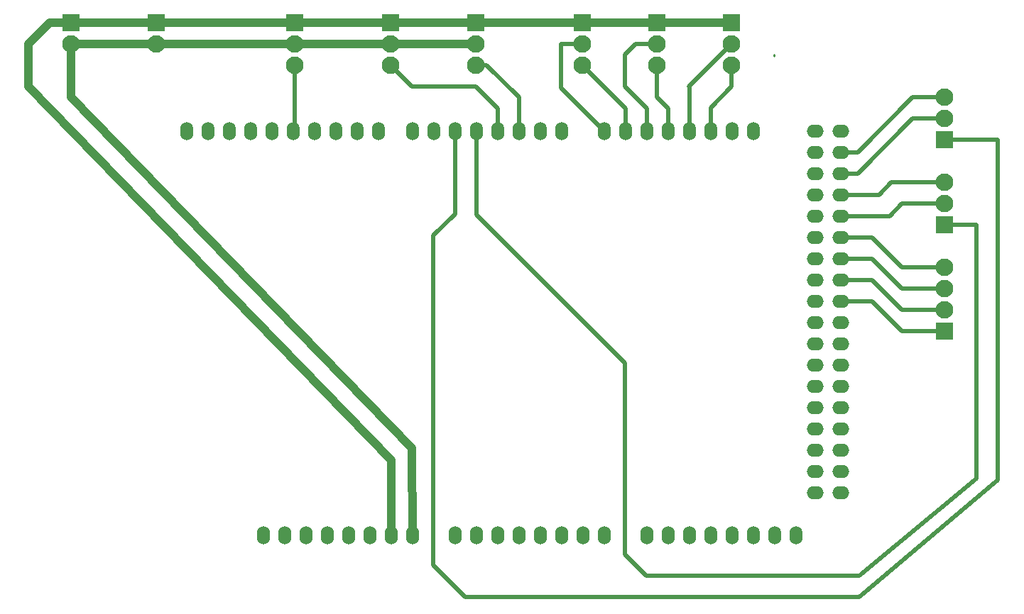
<source format=gbl>
G04 #@! TF.GenerationSoftware,KiCad,Pcbnew,(5.1.6)-1*
G04 #@! TF.CreationDate,2020-08-23T14:34:22+05:30*
G04 #@! TF.ProjectId,PCB board,50434220-626f-4617-9264-2e6b69636164,rev?*
G04 #@! TF.SameCoordinates,Original*
G04 #@! TF.FileFunction,Copper,L2,Bot*
G04 #@! TF.FilePolarity,Positive*
%FSLAX46Y46*%
G04 Gerber Fmt 4.6, Leading zero omitted, Abs format (unit mm)*
G04 Created by KiCad (PCBNEW (5.1.6)-1) date 2020-08-23 14:34:22*
%MOMM*%
%LPD*%
G01*
G04 APERTURE LIST*
G04 #@! TA.AperFunction,ComponentPad*
%ADD10R,2.100000X2.100000*%
G04 #@! TD*
G04 #@! TA.AperFunction,ComponentPad*
%ADD11C,2.100000*%
G04 #@! TD*
G04 #@! TA.AperFunction,ComponentPad*
%ADD12O,1.524000X2.197100*%
G04 #@! TD*
G04 #@! TA.AperFunction,ComponentPad*
%ADD13O,1.998980X1.539240*%
G04 #@! TD*
G04 #@! TA.AperFunction,ComponentPad*
%ADD14O,1.998980X1.536700*%
G04 #@! TD*
G04 #@! TA.AperFunction,ComponentPad*
%ADD15O,1.524000X2.199640*%
G04 #@! TD*
G04 #@! TA.AperFunction,Conductor*
%ADD16C,1.000000*%
G04 #@! TD*
G04 #@! TA.AperFunction,Conductor*
%ADD17C,0.500000*%
G04 #@! TD*
G04 #@! TA.AperFunction,Conductor*
%ADD18C,0.250000*%
G04 #@! TD*
G04 APERTURE END LIST*
D10*
X149860000Y-58420000D03*
D11*
X149860000Y-60960000D03*
X149860000Y-63500000D03*
D12*
X115376001Y-71310501D03*
X117916001Y-71310501D03*
X120456001Y-71310501D03*
X122996001Y-71310501D03*
X125536001Y-71310501D03*
X128076001Y-71310501D03*
X130616001Y-71310501D03*
X133156001Y-71310501D03*
X135696001Y-71310501D03*
X138236001Y-71310501D03*
X142300001Y-71310501D03*
X144840001Y-71310501D03*
X147380001Y-71310501D03*
X149920001Y-71310501D03*
X152460001Y-71310501D03*
X155000001Y-71310501D03*
X157540001Y-71310501D03*
X160080001Y-71310501D03*
X165160001Y-71310501D03*
X167700001Y-71310501D03*
X170240001Y-71310501D03*
X172780001Y-71310501D03*
X175320001Y-71310501D03*
X177860001Y-71310501D03*
X180400001Y-71310501D03*
X182940001Y-71310501D03*
D13*
X190311081Y-86550501D03*
X190311081Y-89090501D03*
X190311081Y-91630501D03*
X190311081Y-94170501D03*
X190311081Y-96710501D03*
X190311081Y-99250501D03*
X190311081Y-101790501D03*
X190311081Y-104330501D03*
D14*
X193346381Y-111950501D03*
X193346381Y-114490501D03*
D13*
X190311081Y-71310501D03*
X190311081Y-73850501D03*
X190311081Y-76390501D03*
X190311081Y-78930501D03*
X190311081Y-81470501D03*
X190311081Y-84010501D03*
D14*
X193346381Y-91630501D03*
X193346381Y-94170501D03*
X193346381Y-96710501D03*
X193346381Y-99250501D03*
X193346381Y-101790501D03*
X193346381Y-104330501D03*
X193346381Y-106870501D03*
X193346381Y-109410501D03*
D12*
X185480001Y-119570501D03*
X182940001Y-119570501D03*
X180400001Y-119570501D03*
X177860001Y-119570501D03*
D15*
X175320001Y-119570501D03*
X172780001Y-119570501D03*
X170240001Y-119570501D03*
X165160001Y-119570501D03*
X129600001Y-119570501D03*
X127060001Y-119570501D03*
X124520001Y-119570501D03*
X139760001Y-119570501D03*
X137220001Y-119570501D03*
X134680001Y-119570501D03*
X132140001Y-119570501D03*
X162620001Y-119570501D03*
X160080001Y-119570501D03*
X157540001Y-119570501D03*
X155000001Y-119570501D03*
X152460001Y-119570501D03*
X149920001Y-119570501D03*
X147380001Y-119570501D03*
X142300001Y-119570501D03*
D14*
X193346381Y-71310501D03*
X193346381Y-73850501D03*
X193346381Y-76390501D03*
X193346381Y-78930501D03*
X193346381Y-81470501D03*
X193346381Y-84010501D03*
X193346381Y-86550501D03*
X193346381Y-89090501D03*
D13*
X190311081Y-106870501D03*
X190311081Y-109410501D03*
X190311081Y-111950501D03*
X190311081Y-114490501D03*
D12*
X188020001Y-119570501D03*
D10*
X205740000Y-72390000D03*
D11*
X205740000Y-69850000D03*
X205740000Y-67310000D03*
X205740000Y-77470000D03*
X205740000Y-80010000D03*
D10*
X205740000Y-82550000D03*
D11*
X139700000Y-63500000D03*
X139700000Y-60960000D03*
D10*
X139700000Y-58420000D03*
X101600000Y-58420000D03*
D11*
X101600000Y-60960000D03*
D10*
X205740000Y-95250000D03*
D11*
X205740000Y-92710000D03*
X205740000Y-90170000D03*
X205740000Y-87630000D03*
X128270000Y-63500000D03*
X128270000Y-60960000D03*
D10*
X128270000Y-58420000D03*
X171450000Y-58420000D03*
D11*
X171450000Y-60960000D03*
X171450000Y-63500000D03*
X180340000Y-63500000D03*
X180340000Y-60960000D03*
D10*
X180340000Y-58420000D03*
X162560000Y-58420000D03*
D11*
X162560000Y-60960000D03*
X162560000Y-63500000D03*
D10*
X111760000Y-58420000D03*
D11*
X111760000Y-60960000D03*
D16*
X180340000Y-58420000D02*
X171450000Y-58420000D01*
X171450000Y-58420000D02*
X162560000Y-58420000D01*
X162560000Y-58420000D02*
X149860000Y-58420000D01*
X149860000Y-58420000D02*
X139700000Y-58420000D01*
X139700000Y-58420000D02*
X128270000Y-58420000D01*
X139760001Y-110623517D02*
X139760001Y-119570501D01*
X96520000Y-66040000D02*
X139760001Y-110623517D01*
X96520000Y-60960000D02*
X96520000Y-66040000D01*
X101600000Y-58420000D02*
X99060000Y-58420000D01*
X99060000Y-58420000D02*
X96520000Y-60960000D01*
X101600000Y-58420000D02*
X111760000Y-58420000D01*
X111760000Y-58420000D02*
X128270000Y-58420000D01*
X149860000Y-60960000D02*
X139700000Y-60960000D01*
X139700000Y-60960000D02*
X128270000Y-60960000D01*
X142240000Y-109220000D02*
X142300001Y-119570501D01*
X101600000Y-60960000D02*
X101600000Y-67310000D01*
X101600000Y-67310000D02*
X142240000Y-109220000D01*
X101600000Y-60960000D02*
X111760000Y-60960000D01*
X111760000Y-60960000D02*
X128270000Y-60960000D01*
D17*
X128270000Y-71116502D02*
X128076001Y-71310501D01*
X128270000Y-63500000D02*
X128270000Y-71116502D01*
X205740000Y-95250000D02*
X200660000Y-95250000D01*
X197040501Y-91630501D02*
X193100001Y-91630501D01*
X200660000Y-95250000D02*
X197040501Y-91630501D01*
X205740000Y-87630000D02*
X200660000Y-87630000D01*
X197040501Y-84010501D02*
X193100001Y-84010501D01*
X200660000Y-87630000D02*
X197040501Y-84010501D01*
X205740000Y-90170000D02*
X200660000Y-90170000D01*
X197040501Y-86550501D02*
X193100001Y-86550501D01*
X200660000Y-90170000D02*
X197040501Y-86550501D01*
X205740000Y-92710000D02*
X200660000Y-92710000D01*
X197040501Y-89090501D02*
X193100001Y-89090501D01*
X200660000Y-92710000D02*
X197040501Y-89090501D01*
D18*
X185420000Y-62230000D02*
X185420000Y-62375002D01*
D17*
X180340000Y-60960000D02*
X175260000Y-66040000D01*
X175320001Y-66100001D02*
X175320001Y-71310501D01*
X175260000Y-66040000D02*
X175320001Y-66100001D01*
X160020000Y-66170500D02*
X165160001Y-71310501D01*
X162560000Y-60960000D02*
X160020000Y-60960000D01*
X160020000Y-60960000D02*
X160020000Y-66170500D01*
X170240001Y-68640001D02*
X170240001Y-71310501D01*
X167640000Y-66040000D02*
X170240001Y-68640001D01*
X167640000Y-62230000D02*
X167640000Y-66040000D01*
X171450000Y-60960000D02*
X168910000Y-60960000D01*
X168910000Y-60960000D02*
X167640000Y-62230000D01*
X180340000Y-63500000D02*
X180340000Y-66040000D01*
X177860001Y-68519999D02*
X177860001Y-71310501D01*
X180340000Y-66040000D02*
X177860001Y-68519999D01*
X171450000Y-63500000D02*
X171450000Y-67310000D01*
X172780001Y-68640001D02*
X172780001Y-71310501D01*
X171450000Y-67310000D02*
X172780001Y-68640001D01*
X167700001Y-71310501D02*
X167700001Y-68640001D01*
X167700001Y-68640001D02*
X162560000Y-63500000D01*
X147380001Y-81280000D02*
X147380001Y-71310501D01*
X144780000Y-83820000D02*
X147380001Y-81280000D01*
X144780000Y-123190000D02*
X144780000Y-83820000D01*
X212090000Y-72390000D02*
X212090000Y-113030000D01*
X205740000Y-72390000D02*
X212090000Y-72390000D01*
X212090000Y-113030000D02*
X195580000Y-127000000D01*
X195580000Y-127000000D02*
X148590000Y-127000000D01*
X148590000Y-127000000D02*
X144780000Y-123190000D01*
X195389499Y-76390501D02*
X193100001Y-76390501D01*
X205740000Y-69850000D02*
X201930000Y-69850000D01*
X201930000Y-69850000D02*
X195389499Y-76390501D01*
X205740000Y-67310000D02*
X201930000Y-67310000D01*
X195389499Y-73850501D02*
X193100001Y-73850501D01*
X201930000Y-67310000D02*
X195389499Y-73850501D01*
X155000001Y-67310000D02*
X155000001Y-71310501D01*
X149860000Y-63500000D02*
X151130000Y-63500000D01*
X151130000Y-63500000D02*
X155000001Y-67310000D01*
X205740000Y-77470000D02*
X199390000Y-77470000D01*
X197929499Y-78930501D02*
X193100001Y-78930501D01*
X199390000Y-77470000D02*
X197929499Y-78930501D01*
X199199499Y-81470501D02*
X193100001Y-81470501D01*
X205740000Y-80010000D02*
X200660000Y-80010000D01*
X200660000Y-80010000D02*
X199199499Y-81470501D01*
X149920001Y-81340001D02*
X149920001Y-71310501D01*
X167640000Y-99060000D02*
X149920001Y-81340001D01*
X209550000Y-82550000D02*
X209550000Y-112799999D01*
X205740000Y-82550000D02*
X209550000Y-82550000D01*
X209550000Y-112799999D02*
X195580000Y-124460000D01*
X195580000Y-124460000D02*
X170180000Y-124460000D01*
X167640000Y-121920000D02*
X167640000Y-99060000D01*
X170180000Y-124460000D02*
X167640000Y-121920000D01*
X152460001Y-71310501D02*
X152460001Y-68640001D01*
X152460001Y-68640001D02*
X149860000Y-66040000D01*
X142240000Y-66040000D02*
X139700000Y-63500000D01*
X149860000Y-66040000D02*
X142240000Y-66040000D01*
M02*

</source>
